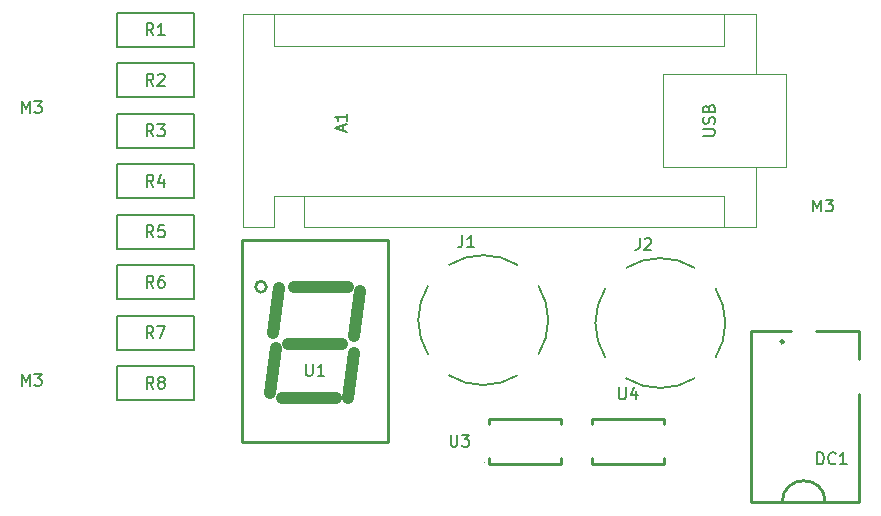
<source format=gbr>
%TF.GenerationSoftware,KiCad,Pcbnew,9.0.6-9.0.6~ubuntu24.04.1*%
%TF.CreationDate,2026-01-09T17:07:22-08:00*%
%TF.ProjectId,MCU Project,4d435520-5072-46f6-9a65-63742e6b6963,rev?*%
%TF.SameCoordinates,Original*%
%TF.FileFunction,Legend,Top*%
%TF.FilePolarity,Positive*%
%FSLAX46Y46*%
G04 Gerber Fmt 4.6, Leading zero omitted, Abs format (unit mm)*
G04 Created by KiCad (PCBNEW 9.0.6-9.0.6~ubuntu24.04.1) date 2026-01-09 17:07:22*
%MOMM*%
%LPD*%
G01*
G04 APERTURE LIST*
%ADD10C,0.150000*%
%ADD11C,0.127000*%
%ADD12C,0.152400*%
%ADD13C,0.250000*%
%ADD14C,0.060000*%
%ADD15C,0.120000*%
%ADD16C,1.000000*%
G04 APERTURE END LIST*
D10*
X174190476Y-93554819D02*
X174190476Y-92554819D01*
X174190476Y-92554819D02*
X174523809Y-93269104D01*
X174523809Y-93269104D02*
X174857142Y-92554819D01*
X174857142Y-92554819D02*
X174857142Y-93554819D01*
X175238095Y-92554819D02*
X175857142Y-92554819D01*
X175857142Y-92554819D02*
X175523809Y-92935771D01*
X175523809Y-92935771D02*
X175666666Y-92935771D01*
X175666666Y-92935771D02*
X175761904Y-92983390D01*
X175761904Y-92983390D02*
X175809523Y-93031009D01*
X175809523Y-93031009D02*
X175857142Y-93126247D01*
X175857142Y-93126247D02*
X175857142Y-93364342D01*
X175857142Y-93364342D02*
X175809523Y-93459580D01*
X175809523Y-93459580D02*
X175761904Y-93507200D01*
X175761904Y-93507200D02*
X175666666Y-93554819D01*
X175666666Y-93554819D02*
X175380952Y-93554819D01*
X175380952Y-93554819D02*
X175285714Y-93507200D01*
X175285714Y-93507200D02*
X175238095Y-93459580D01*
X107190476Y-108304819D02*
X107190476Y-107304819D01*
X107190476Y-107304819D02*
X107523809Y-108019104D01*
X107523809Y-108019104D02*
X107857142Y-107304819D01*
X107857142Y-107304819D02*
X107857142Y-108304819D01*
X108238095Y-107304819D02*
X108857142Y-107304819D01*
X108857142Y-107304819D02*
X108523809Y-107685771D01*
X108523809Y-107685771D02*
X108666666Y-107685771D01*
X108666666Y-107685771D02*
X108761904Y-107733390D01*
X108761904Y-107733390D02*
X108809523Y-107781009D01*
X108809523Y-107781009D02*
X108857142Y-107876247D01*
X108857142Y-107876247D02*
X108857142Y-108114342D01*
X108857142Y-108114342D02*
X108809523Y-108209580D01*
X108809523Y-108209580D02*
X108761904Y-108257200D01*
X108761904Y-108257200D02*
X108666666Y-108304819D01*
X108666666Y-108304819D02*
X108380952Y-108304819D01*
X108380952Y-108304819D02*
X108285714Y-108257200D01*
X108285714Y-108257200D02*
X108238095Y-108209580D01*
X107190476Y-85204819D02*
X107190476Y-84204819D01*
X107190476Y-84204819D02*
X107523809Y-84919104D01*
X107523809Y-84919104D02*
X107857142Y-84204819D01*
X107857142Y-84204819D02*
X107857142Y-85204819D01*
X108238095Y-84204819D02*
X108857142Y-84204819D01*
X108857142Y-84204819D02*
X108523809Y-84585771D01*
X108523809Y-84585771D02*
X108666666Y-84585771D01*
X108666666Y-84585771D02*
X108761904Y-84633390D01*
X108761904Y-84633390D02*
X108809523Y-84681009D01*
X108809523Y-84681009D02*
X108857142Y-84776247D01*
X108857142Y-84776247D02*
X108857142Y-85014342D01*
X108857142Y-85014342D02*
X108809523Y-85109580D01*
X108809523Y-85109580D02*
X108761904Y-85157200D01*
X108761904Y-85157200D02*
X108666666Y-85204819D01*
X108666666Y-85204819D02*
X108380952Y-85204819D01*
X108380952Y-85204819D02*
X108285714Y-85157200D01*
X108285714Y-85157200D02*
X108238095Y-85109580D01*
X144491666Y-95569819D02*
X144491666Y-96284104D01*
X144491666Y-96284104D02*
X144444047Y-96426961D01*
X144444047Y-96426961D02*
X144348809Y-96522200D01*
X144348809Y-96522200D02*
X144205952Y-96569819D01*
X144205952Y-96569819D02*
X144110714Y-96569819D01*
X145491666Y-96569819D02*
X144920238Y-96569819D01*
X145205952Y-96569819D02*
X145205952Y-95569819D01*
X145205952Y-95569819D02*
X145110714Y-95712676D01*
X145110714Y-95712676D02*
X145015476Y-95807914D01*
X145015476Y-95807914D02*
X144920238Y-95855533D01*
X118333333Y-78625019D02*
X118000000Y-78148828D01*
X117761905Y-78625019D02*
X117761905Y-77625019D01*
X117761905Y-77625019D02*
X118142857Y-77625019D01*
X118142857Y-77625019D02*
X118238095Y-77672638D01*
X118238095Y-77672638D02*
X118285714Y-77720257D01*
X118285714Y-77720257D02*
X118333333Y-77815495D01*
X118333333Y-77815495D02*
X118333333Y-77958352D01*
X118333333Y-77958352D02*
X118285714Y-78053590D01*
X118285714Y-78053590D02*
X118238095Y-78101209D01*
X118238095Y-78101209D02*
X118142857Y-78148828D01*
X118142857Y-78148828D02*
X117761905Y-78148828D01*
X119285714Y-78625019D02*
X118714286Y-78625019D01*
X119000000Y-78625019D02*
X119000000Y-77625019D01*
X119000000Y-77625019D02*
X118904762Y-77767876D01*
X118904762Y-77767876D02*
X118809524Y-77863114D01*
X118809524Y-77863114D02*
X118714286Y-77910733D01*
X118333333Y-104284619D02*
X118000000Y-103808428D01*
X117761905Y-104284619D02*
X117761905Y-103284619D01*
X117761905Y-103284619D02*
X118142857Y-103284619D01*
X118142857Y-103284619D02*
X118238095Y-103332238D01*
X118238095Y-103332238D02*
X118285714Y-103379857D01*
X118285714Y-103379857D02*
X118333333Y-103475095D01*
X118333333Y-103475095D02*
X118333333Y-103617952D01*
X118333333Y-103617952D02*
X118285714Y-103713190D01*
X118285714Y-103713190D02*
X118238095Y-103760809D01*
X118238095Y-103760809D02*
X118142857Y-103808428D01*
X118142857Y-103808428D02*
X117761905Y-103808428D01*
X118666667Y-103284619D02*
X119333333Y-103284619D01*
X119333333Y-103284619D02*
X118904762Y-104284619D01*
X157738095Y-108454819D02*
X157738095Y-109264342D01*
X157738095Y-109264342D02*
X157785714Y-109359580D01*
X157785714Y-109359580D02*
X157833333Y-109407200D01*
X157833333Y-109407200D02*
X157928571Y-109454819D01*
X157928571Y-109454819D02*
X158119047Y-109454819D01*
X158119047Y-109454819D02*
X158214285Y-109407200D01*
X158214285Y-109407200D02*
X158261904Y-109359580D01*
X158261904Y-109359580D02*
X158309523Y-109264342D01*
X158309523Y-109264342D02*
X158309523Y-108454819D01*
X159214285Y-108788152D02*
X159214285Y-109454819D01*
X158976190Y-108407200D02*
X158738095Y-109121485D01*
X158738095Y-109121485D02*
X159357142Y-109121485D01*
X118333333Y-87178219D02*
X118000000Y-86702028D01*
X117761905Y-87178219D02*
X117761905Y-86178219D01*
X117761905Y-86178219D02*
X118142857Y-86178219D01*
X118142857Y-86178219D02*
X118238095Y-86225838D01*
X118238095Y-86225838D02*
X118285714Y-86273457D01*
X118285714Y-86273457D02*
X118333333Y-86368695D01*
X118333333Y-86368695D02*
X118333333Y-86511552D01*
X118333333Y-86511552D02*
X118285714Y-86606790D01*
X118285714Y-86606790D02*
X118238095Y-86654409D01*
X118238095Y-86654409D02*
X118142857Y-86702028D01*
X118142857Y-86702028D02*
X117761905Y-86702028D01*
X118666667Y-86178219D02*
X119285714Y-86178219D01*
X119285714Y-86178219D02*
X118952381Y-86559171D01*
X118952381Y-86559171D02*
X119095238Y-86559171D01*
X119095238Y-86559171D02*
X119190476Y-86606790D01*
X119190476Y-86606790D02*
X119238095Y-86654409D01*
X119238095Y-86654409D02*
X119285714Y-86749647D01*
X119285714Y-86749647D02*
X119285714Y-86987742D01*
X119285714Y-86987742D02*
X119238095Y-87082980D01*
X119238095Y-87082980D02*
X119190476Y-87130600D01*
X119190476Y-87130600D02*
X119095238Y-87178219D01*
X119095238Y-87178219D02*
X118809524Y-87178219D01*
X118809524Y-87178219D02*
X118714286Y-87130600D01*
X118714286Y-87130600D02*
X118666667Y-87082980D01*
X159491666Y-95819819D02*
X159491666Y-96534104D01*
X159491666Y-96534104D02*
X159444047Y-96676961D01*
X159444047Y-96676961D02*
X159348809Y-96772200D01*
X159348809Y-96772200D02*
X159205952Y-96819819D01*
X159205952Y-96819819D02*
X159110714Y-96819819D01*
X159920238Y-95915057D02*
X159967857Y-95867438D01*
X159967857Y-95867438D02*
X160063095Y-95819819D01*
X160063095Y-95819819D02*
X160301190Y-95819819D01*
X160301190Y-95819819D02*
X160396428Y-95867438D01*
X160396428Y-95867438D02*
X160444047Y-95915057D01*
X160444047Y-95915057D02*
X160491666Y-96010295D01*
X160491666Y-96010295D02*
X160491666Y-96105533D01*
X160491666Y-96105533D02*
X160444047Y-96248390D01*
X160444047Y-96248390D02*
X159872619Y-96819819D01*
X159872619Y-96819819D02*
X160491666Y-96819819D01*
X174511905Y-114954819D02*
X174511905Y-113954819D01*
X174511905Y-113954819D02*
X174750000Y-113954819D01*
X174750000Y-113954819D02*
X174892857Y-114002438D01*
X174892857Y-114002438D02*
X174988095Y-114097676D01*
X174988095Y-114097676D02*
X175035714Y-114192914D01*
X175035714Y-114192914D02*
X175083333Y-114383390D01*
X175083333Y-114383390D02*
X175083333Y-114526247D01*
X175083333Y-114526247D02*
X175035714Y-114716723D01*
X175035714Y-114716723D02*
X174988095Y-114811961D01*
X174988095Y-114811961D02*
X174892857Y-114907200D01*
X174892857Y-114907200D02*
X174750000Y-114954819D01*
X174750000Y-114954819D02*
X174511905Y-114954819D01*
X176083333Y-114859580D02*
X176035714Y-114907200D01*
X176035714Y-114907200D02*
X175892857Y-114954819D01*
X175892857Y-114954819D02*
X175797619Y-114954819D01*
X175797619Y-114954819D02*
X175654762Y-114907200D01*
X175654762Y-114907200D02*
X175559524Y-114811961D01*
X175559524Y-114811961D02*
X175511905Y-114716723D01*
X175511905Y-114716723D02*
X175464286Y-114526247D01*
X175464286Y-114526247D02*
X175464286Y-114383390D01*
X175464286Y-114383390D02*
X175511905Y-114192914D01*
X175511905Y-114192914D02*
X175559524Y-114097676D01*
X175559524Y-114097676D02*
X175654762Y-114002438D01*
X175654762Y-114002438D02*
X175797619Y-113954819D01*
X175797619Y-113954819D02*
X175892857Y-113954819D01*
X175892857Y-113954819D02*
X176035714Y-114002438D01*
X176035714Y-114002438D02*
X176083333Y-114050057D01*
X177035714Y-114954819D02*
X176464286Y-114954819D01*
X176750000Y-114954819D02*
X176750000Y-113954819D01*
X176750000Y-113954819D02*
X176654762Y-114097676D01*
X176654762Y-114097676D02*
X176559524Y-114192914D01*
X176559524Y-114192914D02*
X176464286Y-114240533D01*
X118333333Y-95731419D02*
X118000000Y-95255228D01*
X117761905Y-95731419D02*
X117761905Y-94731419D01*
X117761905Y-94731419D02*
X118142857Y-94731419D01*
X118142857Y-94731419D02*
X118238095Y-94779038D01*
X118238095Y-94779038D02*
X118285714Y-94826657D01*
X118285714Y-94826657D02*
X118333333Y-94921895D01*
X118333333Y-94921895D02*
X118333333Y-95064752D01*
X118333333Y-95064752D02*
X118285714Y-95159990D01*
X118285714Y-95159990D02*
X118238095Y-95207609D01*
X118238095Y-95207609D02*
X118142857Y-95255228D01*
X118142857Y-95255228D02*
X117761905Y-95255228D01*
X119238095Y-94731419D02*
X118761905Y-94731419D01*
X118761905Y-94731419D02*
X118714286Y-95207609D01*
X118714286Y-95207609D02*
X118761905Y-95159990D01*
X118761905Y-95159990D02*
X118857143Y-95112371D01*
X118857143Y-95112371D02*
X119095238Y-95112371D01*
X119095238Y-95112371D02*
X119190476Y-95159990D01*
X119190476Y-95159990D02*
X119238095Y-95207609D01*
X119238095Y-95207609D02*
X119285714Y-95302847D01*
X119285714Y-95302847D02*
X119285714Y-95540942D01*
X119285714Y-95540942D02*
X119238095Y-95636180D01*
X119238095Y-95636180D02*
X119190476Y-95683800D01*
X119190476Y-95683800D02*
X119095238Y-95731419D01*
X119095238Y-95731419D02*
X118857143Y-95731419D01*
X118857143Y-95731419D02*
X118761905Y-95683800D01*
X118761905Y-95683800D02*
X118714286Y-95636180D01*
X134419104Y-86714285D02*
X134419104Y-86238095D01*
X134704819Y-86809523D02*
X133704819Y-86476190D01*
X133704819Y-86476190D02*
X134704819Y-86142857D01*
X134704819Y-85285714D02*
X134704819Y-85857142D01*
X134704819Y-85571428D02*
X133704819Y-85571428D01*
X133704819Y-85571428D02*
X133847676Y-85666666D01*
X133847676Y-85666666D02*
X133942914Y-85761904D01*
X133942914Y-85761904D02*
X133990533Y-85857142D01*
X164854819Y-87141904D02*
X165664342Y-87141904D01*
X165664342Y-87141904D02*
X165759580Y-87094285D01*
X165759580Y-87094285D02*
X165807200Y-87046666D01*
X165807200Y-87046666D02*
X165854819Y-86951428D01*
X165854819Y-86951428D02*
X165854819Y-86760952D01*
X165854819Y-86760952D02*
X165807200Y-86665714D01*
X165807200Y-86665714D02*
X165759580Y-86618095D01*
X165759580Y-86618095D02*
X165664342Y-86570476D01*
X165664342Y-86570476D02*
X164854819Y-86570476D01*
X165807200Y-86141904D02*
X165854819Y-85999047D01*
X165854819Y-85999047D02*
X165854819Y-85760952D01*
X165854819Y-85760952D02*
X165807200Y-85665714D01*
X165807200Y-85665714D02*
X165759580Y-85618095D01*
X165759580Y-85618095D02*
X165664342Y-85570476D01*
X165664342Y-85570476D02*
X165569104Y-85570476D01*
X165569104Y-85570476D02*
X165473866Y-85618095D01*
X165473866Y-85618095D02*
X165426247Y-85665714D01*
X165426247Y-85665714D02*
X165378628Y-85760952D01*
X165378628Y-85760952D02*
X165331009Y-85951428D01*
X165331009Y-85951428D02*
X165283390Y-86046666D01*
X165283390Y-86046666D02*
X165235771Y-86094285D01*
X165235771Y-86094285D02*
X165140533Y-86141904D01*
X165140533Y-86141904D02*
X165045295Y-86141904D01*
X165045295Y-86141904D02*
X164950057Y-86094285D01*
X164950057Y-86094285D02*
X164902438Y-86046666D01*
X164902438Y-86046666D02*
X164854819Y-85951428D01*
X164854819Y-85951428D02*
X164854819Y-85713333D01*
X164854819Y-85713333D02*
X164902438Y-85570476D01*
X165331009Y-84808571D02*
X165378628Y-84665714D01*
X165378628Y-84665714D02*
X165426247Y-84618095D01*
X165426247Y-84618095D02*
X165521485Y-84570476D01*
X165521485Y-84570476D02*
X165664342Y-84570476D01*
X165664342Y-84570476D02*
X165759580Y-84618095D01*
X165759580Y-84618095D02*
X165807200Y-84665714D01*
X165807200Y-84665714D02*
X165854819Y-84760952D01*
X165854819Y-84760952D02*
X165854819Y-85141904D01*
X165854819Y-85141904D02*
X164854819Y-85141904D01*
X164854819Y-85141904D02*
X164854819Y-84808571D01*
X164854819Y-84808571D02*
X164902438Y-84713333D01*
X164902438Y-84713333D02*
X164950057Y-84665714D01*
X164950057Y-84665714D02*
X165045295Y-84618095D01*
X165045295Y-84618095D02*
X165140533Y-84618095D01*
X165140533Y-84618095D02*
X165235771Y-84665714D01*
X165235771Y-84665714D02*
X165283390Y-84713333D01*
X165283390Y-84713333D02*
X165331009Y-84808571D01*
X165331009Y-84808571D02*
X165331009Y-85141904D01*
X131238095Y-106454819D02*
X131238095Y-107264342D01*
X131238095Y-107264342D02*
X131285714Y-107359580D01*
X131285714Y-107359580D02*
X131333333Y-107407200D01*
X131333333Y-107407200D02*
X131428571Y-107454819D01*
X131428571Y-107454819D02*
X131619047Y-107454819D01*
X131619047Y-107454819D02*
X131714285Y-107407200D01*
X131714285Y-107407200D02*
X131761904Y-107359580D01*
X131761904Y-107359580D02*
X131809523Y-107264342D01*
X131809523Y-107264342D02*
X131809523Y-106454819D01*
X132809523Y-107454819D02*
X132238095Y-107454819D01*
X132523809Y-107454819D02*
X132523809Y-106454819D01*
X132523809Y-106454819D02*
X132428571Y-106597676D01*
X132428571Y-106597676D02*
X132333333Y-106692914D01*
X132333333Y-106692914D02*
X132238095Y-106740533D01*
X118333333Y-82901619D02*
X118000000Y-82425428D01*
X117761905Y-82901619D02*
X117761905Y-81901619D01*
X117761905Y-81901619D02*
X118142857Y-81901619D01*
X118142857Y-81901619D02*
X118238095Y-81949238D01*
X118238095Y-81949238D02*
X118285714Y-81996857D01*
X118285714Y-81996857D02*
X118333333Y-82092095D01*
X118333333Y-82092095D02*
X118333333Y-82234952D01*
X118333333Y-82234952D02*
X118285714Y-82330190D01*
X118285714Y-82330190D02*
X118238095Y-82377809D01*
X118238095Y-82377809D02*
X118142857Y-82425428D01*
X118142857Y-82425428D02*
X117761905Y-82425428D01*
X118714286Y-81996857D02*
X118761905Y-81949238D01*
X118761905Y-81949238D02*
X118857143Y-81901619D01*
X118857143Y-81901619D02*
X119095238Y-81901619D01*
X119095238Y-81901619D02*
X119190476Y-81949238D01*
X119190476Y-81949238D02*
X119238095Y-81996857D01*
X119238095Y-81996857D02*
X119285714Y-82092095D01*
X119285714Y-82092095D02*
X119285714Y-82187333D01*
X119285714Y-82187333D02*
X119238095Y-82330190D01*
X119238095Y-82330190D02*
X118666667Y-82901619D01*
X118666667Y-82901619D02*
X119285714Y-82901619D01*
X118333333Y-108561219D02*
X118000000Y-108085028D01*
X117761905Y-108561219D02*
X117761905Y-107561219D01*
X117761905Y-107561219D02*
X118142857Y-107561219D01*
X118142857Y-107561219D02*
X118238095Y-107608838D01*
X118238095Y-107608838D02*
X118285714Y-107656457D01*
X118285714Y-107656457D02*
X118333333Y-107751695D01*
X118333333Y-107751695D02*
X118333333Y-107894552D01*
X118333333Y-107894552D02*
X118285714Y-107989790D01*
X118285714Y-107989790D02*
X118238095Y-108037409D01*
X118238095Y-108037409D02*
X118142857Y-108085028D01*
X118142857Y-108085028D02*
X117761905Y-108085028D01*
X118904762Y-107989790D02*
X118809524Y-107942171D01*
X118809524Y-107942171D02*
X118761905Y-107894552D01*
X118761905Y-107894552D02*
X118714286Y-107799314D01*
X118714286Y-107799314D02*
X118714286Y-107751695D01*
X118714286Y-107751695D02*
X118761905Y-107656457D01*
X118761905Y-107656457D02*
X118809524Y-107608838D01*
X118809524Y-107608838D02*
X118904762Y-107561219D01*
X118904762Y-107561219D02*
X119095238Y-107561219D01*
X119095238Y-107561219D02*
X119190476Y-107608838D01*
X119190476Y-107608838D02*
X119238095Y-107656457D01*
X119238095Y-107656457D02*
X119285714Y-107751695D01*
X119285714Y-107751695D02*
X119285714Y-107799314D01*
X119285714Y-107799314D02*
X119238095Y-107894552D01*
X119238095Y-107894552D02*
X119190476Y-107942171D01*
X119190476Y-107942171D02*
X119095238Y-107989790D01*
X119095238Y-107989790D02*
X118904762Y-107989790D01*
X118904762Y-107989790D02*
X118809524Y-108037409D01*
X118809524Y-108037409D02*
X118761905Y-108085028D01*
X118761905Y-108085028D02*
X118714286Y-108180266D01*
X118714286Y-108180266D02*
X118714286Y-108370742D01*
X118714286Y-108370742D02*
X118761905Y-108465980D01*
X118761905Y-108465980D02*
X118809524Y-108513600D01*
X118809524Y-108513600D02*
X118904762Y-108561219D01*
X118904762Y-108561219D02*
X119095238Y-108561219D01*
X119095238Y-108561219D02*
X119190476Y-108513600D01*
X119190476Y-108513600D02*
X119238095Y-108465980D01*
X119238095Y-108465980D02*
X119285714Y-108370742D01*
X119285714Y-108370742D02*
X119285714Y-108180266D01*
X119285714Y-108180266D02*
X119238095Y-108085028D01*
X119238095Y-108085028D02*
X119190476Y-108037409D01*
X119190476Y-108037409D02*
X119095238Y-107989790D01*
X118333333Y-91454819D02*
X118000000Y-90978628D01*
X117761905Y-91454819D02*
X117761905Y-90454819D01*
X117761905Y-90454819D02*
X118142857Y-90454819D01*
X118142857Y-90454819D02*
X118238095Y-90502438D01*
X118238095Y-90502438D02*
X118285714Y-90550057D01*
X118285714Y-90550057D02*
X118333333Y-90645295D01*
X118333333Y-90645295D02*
X118333333Y-90788152D01*
X118333333Y-90788152D02*
X118285714Y-90883390D01*
X118285714Y-90883390D02*
X118238095Y-90931009D01*
X118238095Y-90931009D02*
X118142857Y-90978628D01*
X118142857Y-90978628D02*
X117761905Y-90978628D01*
X119190476Y-90788152D02*
X119190476Y-91454819D01*
X118952381Y-90407200D02*
X118714286Y-91121485D01*
X118714286Y-91121485D02*
X119333333Y-91121485D01*
X118333333Y-100008019D02*
X118000000Y-99531828D01*
X117761905Y-100008019D02*
X117761905Y-99008019D01*
X117761905Y-99008019D02*
X118142857Y-99008019D01*
X118142857Y-99008019D02*
X118238095Y-99055638D01*
X118238095Y-99055638D02*
X118285714Y-99103257D01*
X118285714Y-99103257D02*
X118333333Y-99198495D01*
X118333333Y-99198495D02*
X118333333Y-99341352D01*
X118333333Y-99341352D02*
X118285714Y-99436590D01*
X118285714Y-99436590D02*
X118238095Y-99484209D01*
X118238095Y-99484209D02*
X118142857Y-99531828D01*
X118142857Y-99531828D02*
X117761905Y-99531828D01*
X119190476Y-99008019D02*
X119000000Y-99008019D01*
X119000000Y-99008019D02*
X118904762Y-99055638D01*
X118904762Y-99055638D02*
X118857143Y-99103257D01*
X118857143Y-99103257D02*
X118761905Y-99246114D01*
X118761905Y-99246114D02*
X118714286Y-99436590D01*
X118714286Y-99436590D02*
X118714286Y-99817542D01*
X118714286Y-99817542D02*
X118761905Y-99912780D01*
X118761905Y-99912780D02*
X118809524Y-99960400D01*
X118809524Y-99960400D02*
X118904762Y-100008019D01*
X118904762Y-100008019D02*
X119095238Y-100008019D01*
X119095238Y-100008019D02*
X119190476Y-99960400D01*
X119190476Y-99960400D02*
X119238095Y-99912780D01*
X119238095Y-99912780D02*
X119285714Y-99817542D01*
X119285714Y-99817542D02*
X119285714Y-99579447D01*
X119285714Y-99579447D02*
X119238095Y-99484209D01*
X119238095Y-99484209D02*
X119190476Y-99436590D01*
X119190476Y-99436590D02*
X119095238Y-99388971D01*
X119095238Y-99388971D02*
X118904762Y-99388971D01*
X118904762Y-99388971D02*
X118809524Y-99436590D01*
X118809524Y-99436590D02*
X118761905Y-99484209D01*
X118761905Y-99484209D02*
X118714286Y-99579447D01*
X143488095Y-112454819D02*
X143488095Y-113264342D01*
X143488095Y-113264342D02*
X143535714Y-113359580D01*
X143535714Y-113359580D02*
X143583333Y-113407200D01*
X143583333Y-113407200D02*
X143678571Y-113454819D01*
X143678571Y-113454819D02*
X143869047Y-113454819D01*
X143869047Y-113454819D02*
X143964285Y-113407200D01*
X143964285Y-113407200D02*
X144011904Y-113359580D01*
X144011904Y-113359580D02*
X144059523Y-113264342D01*
X144059523Y-113264342D02*
X144059523Y-112454819D01*
X144440476Y-112454819D02*
X145059523Y-112454819D01*
X145059523Y-112454819D02*
X144726190Y-112835771D01*
X144726190Y-112835771D02*
X144869047Y-112835771D01*
X144869047Y-112835771D02*
X144964285Y-112883390D01*
X144964285Y-112883390D02*
X145011904Y-112931009D01*
X145011904Y-112931009D02*
X145059523Y-113026247D01*
X145059523Y-113026247D02*
X145059523Y-113264342D01*
X145059523Y-113264342D02*
X145011904Y-113359580D01*
X145011904Y-113359580D02*
X144964285Y-113407200D01*
X144964285Y-113407200D02*
X144869047Y-113454819D01*
X144869047Y-113454819D02*
X144583333Y-113454819D01*
X144583333Y-113454819D02*
X144488095Y-113407200D01*
X144488095Y-113407200D02*
X144440476Y-113359580D01*
D11*
%TO.C,J1*%
X140750000Y-102750000D02*
G75*
G02*
X141570000Y-99860000I5399404J29321D01*
G01*
X141570000Y-105640000D02*
G75*
G02*
X140749998Y-102750000I4680190J2889280D01*
G01*
X143360000Y-98070000D02*
G75*
G02*
X146250000Y-97250000I2889277J-4680194D01*
G01*
X146250000Y-97250000D02*
G75*
G02*
X149139999Y-98070001I29320J-5399400D01*
G01*
X146250000Y-108250000D02*
G75*
G02*
X143360000Y-107430000I-29321J5399404D01*
G01*
X149140000Y-107430000D02*
G75*
G02*
X146250000Y-108250000I-2889277J4680194D01*
G01*
X150930000Y-99860000D02*
G75*
G02*
X151750000Y-102750000I-4680194J-2889277D01*
G01*
X151750000Y-102750000D02*
G75*
G02*
X150929999Y-105639999I-5399400J-29320D01*
G01*
D12*
%TO.C,R1*%
X115223400Y-76735100D02*
X115223400Y-79605300D01*
X115223400Y-79605300D02*
X121776600Y-79605300D01*
X121776600Y-76735100D02*
X115223400Y-76735100D01*
X121776600Y-79605300D02*
X121776600Y-76735100D01*
%TO.C,R7*%
X115223400Y-102394700D02*
X115223400Y-105264900D01*
X115223400Y-105264900D02*
X121776600Y-105264900D01*
X121776600Y-102394700D02*
X115223400Y-102394700D01*
X121776600Y-105264900D02*
X121776600Y-102394700D01*
D13*
%TO.C,U4*%
X161550000Y-114460000D02*
X161550000Y-114900000D01*
X161550000Y-114900000D02*
X155450000Y-114900000D01*
X155450000Y-114900000D02*
X155450000Y-114460000D01*
X155450000Y-111540000D02*
X155450000Y-111090000D01*
X155450000Y-111090000D02*
X161550000Y-111090000D01*
X161550000Y-111090000D02*
X161550000Y-111540000D01*
D14*
X161930000Y-111200000D02*
G75*
G02*
X161870000Y-111200000I-30000J0D01*
G01*
X161870000Y-111200000D02*
G75*
G02*
X161930000Y-111200000I30000J0D01*
G01*
D12*
%TO.C,R3*%
X115223400Y-85288300D02*
X115223400Y-88158500D01*
X115223400Y-88158500D02*
X121776600Y-88158500D01*
X121776600Y-85288300D02*
X115223400Y-85288300D01*
X121776600Y-88158500D02*
X121776600Y-85288300D01*
D11*
%TO.C,J2*%
X155750000Y-103000000D02*
G75*
G02*
X156570000Y-100110000I5399404J29321D01*
G01*
X156570000Y-105890000D02*
G75*
G02*
X155749998Y-103000000I4680190J2889280D01*
G01*
X158360000Y-98320000D02*
G75*
G02*
X161250000Y-97500000I2889277J-4680194D01*
G01*
X161250000Y-97500000D02*
G75*
G02*
X164139999Y-98320001I29320J-5399400D01*
G01*
X161250000Y-108500000D02*
G75*
G02*
X158360000Y-107680000I-29321J5399404D01*
G01*
X164140000Y-107680000D02*
G75*
G02*
X161250000Y-108500000I-2889277J4680194D01*
G01*
X165930000Y-100110000D02*
G75*
G02*
X166750000Y-103000000I-4680194J-2889277D01*
G01*
X166750000Y-103000000D02*
G75*
G02*
X165929999Y-105889999I-5399400J-29320D01*
G01*
D13*
%TO.C,DC1*%
X178040000Y-118170000D02*
X178040000Y-108980000D01*
X178040000Y-106020000D02*
X178040000Y-103690000D01*
X178040000Y-103690000D02*
X174460000Y-103690000D01*
X172340000Y-103690000D02*
X168890000Y-103690000D01*
X168890000Y-118170000D02*
X178040000Y-118170000D01*
X168890000Y-103690000D02*
X168890000Y-118170000D01*
X171570000Y-118170000D02*
G75*
G02*
X175210000Y-118170000I1820000J0D01*
G01*
X171690000Y-104580000D02*
G75*
G02*
X171430000Y-104580000I-130000J0D01*
G01*
X171430000Y-104580000D02*
G75*
G02*
X171690000Y-104580000I130000J0D01*
G01*
D14*
X168930000Y-103800000D02*
G75*
G02*
X168870000Y-103800000I-30000J0D01*
G01*
X168870000Y-103800000D02*
G75*
G02*
X168930000Y-103800000I30000J0D01*
G01*
D12*
%TO.C,R5*%
X115223400Y-93841500D02*
X115223400Y-96711700D01*
X115223400Y-96711700D02*
X121776600Y-96711700D01*
X121776600Y-93841500D02*
X115223400Y-93841500D01*
X121776600Y-96711700D02*
X121776600Y-93841500D01*
D15*
%TO.C,A1*%
X125900000Y-94900000D02*
X128570000Y-94900000D01*
X131110000Y-94900000D02*
X169340000Y-94900000D01*
X169340000Y-94900000D02*
X169340000Y-89820000D01*
X128570000Y-92230000D02*
X128570000Y-94900000D01*
X131110000Y-92230000D02*
X131110000Y-94900000D01*
X131110000Y-92230000D02*
X128570000Y-92230000D01*
X131110000Y-92230000D02*
X166670000Y-92230000D01*
X166670000Y-92230000D02*
X166670000Y-94900000D01*
X161460000Y-89820000D02*
X161460000Y-81940000D01*
X171880000Y-89820000D02*
X161460000Y-89820000D01*
X161460000Y-81940000D02*
X171880000Y-81940000D01*
X171880000Y-81940000D02*
X171880000Y-89820000D01*
X128570000Y-79530000D02*
X166670000Y-79530000D01*
X128570000Y-79530000D02*
X128570000Y-76860000D01*
X166670000Y-79530000D02*
X166670000Y-76860000D01*
X125900000Y-76860000D02*
X125900000Y-94900000D01*
X169340000Y-76860000D02*
X169340000Y-81940000D01*
X169340000Y-76860000D02*
X125900000Y-76860000D01*
D13*
%TO.C,U1*%
X137390000Y-113040000D02*
X125810000Y-113040000D01*
X125810000Y-113040000D02*
X125810000Y-95950000D01*
X125810000Y-95950000D02*
X137390000Y-95950000D01*
X137390000Y-113040000D02*
X138200000Y-113040000D01*
X138200000Y-113040000D02*
X138200000Y-95950000D01*
X138200000Y-95950000D02*
X137390000Y-95950000D01*
D16*
X128180000Y-108940000D02*
X128700000Y-105130000D01*
X128450000Y-103860000D02*
X128960000Y-100050000D01*
X134800000Y-99920000D02*
X130230000Y-99920000D01*
X134290000Y-104750000D02*
X129720000Y-104750000D01*
X135310000Y-104110000D02*
X135820000Y-100300000D01*
X134800000Y-109320000D02*
X135310000Y-105510000D01*
X133780000Y-109320000D02*
X129210000Y-109320000D01*
D14*
X138230000Y-95950000D02*
G75*
G02*
X138170000Y-95950000I-30000J0D01*
G01*
X138170000Y-95950000D02*
G75*
G02*
X138230000Y-95950000I30000J0D01*
G01*
D13*
X127890000Y-99930000D02*
G75*
G02*
X126970000Y-99930000I-460000J0D01*
G01*
X126970000Y-99930000D02*
G75*
G02*
X127890000Y-99930000I460000J0D01*
G01*
D12*
%TO.C,R2*%
X115223400Y-81011700D02*
X115223400Y-83881900D01*
X115223400Y-83881900D02*
X121776600Y-83881900D01*
X121776600Y-81011700D02*
X115223400Y-81011700D01*
X121776600Y-83881900D02*
X121776600Y-81011700D01*
%TO.C,R8*%
X115223400Y-106671300D02*
X115223400Y-109541500D01*
X115223400Y-109541500D02*
X121776600Y-109541500D01*
X121776600Y-106671300D02*
X115223400Y-106671300D01*
X121776600Y-109541500D02*
X121776600Y-106671300D01*
%TO.C,R4*%
X115223400Y-89564900D02*
X115223400Y-92435100D01*
X115223400Y-92435100D02*
X121776600Y-92435100D01*
X121776600Y-89564900D02*
X115223400Y-89564900D01*
X121776600Y-92435100D02*
X121776600Y-89564900D01*
%TO.C,R6*%
X115223400Y-98118100D02*
X115223400Y-100988300D01*
X115223400Y-100988300D02*
X121776600Y-100988300D01*
X121776600Y-98118100D02*
X115223400Y-98118100D01*
X121776600Y-100988300D02*
X121776600Y-98118100D01*
D13*
%TO.C,U3*%
X146700000Y-111540000D02*
X146700000Y-111100000D01*
X146700000Y-111100000D02*
X152800000Y-111100000D01*
X152800000Y-111100000D02*
X152800000Y-111540000D01*
X152800000Y-114460000D02*
X152800000Y-114910000D01*
X152800000Y-114910000D02*
X146700000Y-114910000D01*
X146700000Y-114910000D02*
X146700000Y-114460000D01*
D14*
X146380000Y-114800000D02*
G75*
G02*
X146320000Y-114800000I-30000J0D01*
G01*
X146320000Y-114800000D02*
G75*
G02*
X146380000Y-114800000I30000J0D01*
G01*
%TD*%
M02*

</source>
